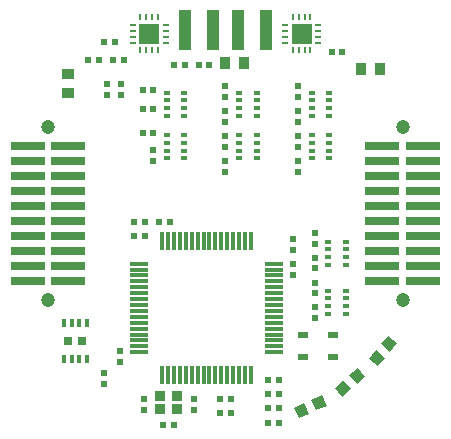
<source format=gts>
G04 #@! TF.GenerationSoftware,KiCad,Pcbnew,no-vcs-found-d3b382c~59~ubuntu16.04.1*
G04 #@! TF.CreationDate,2017-07-28T00:34:25+01:00*
G04 #@! TF.ProjectId,m3pyro,6D337079726F2E6B696361645F706362,rev?*
G04 #@! TF.SameCoordinates,Original
G04 #@! TF.FileFunction,Soldermask,Top*
G04 #@! TF.FilePolarity,Negative*
%FSLAX46Y46*%
G04 Gerber Fmt 4.6, Leading zero omitted, Abs format (unit mm)*
G04 Created by KiCad (PCBNEW no-vcs-found-d3b382c~59~ubuntu16.04.1) date Fri Jul 28 00:34:25 2017*
%MOMM*%
%LPD*%
G01*
G04 APERTURE LIST*
%ADD10R,1.000000X0.950000*%
%ADD11R,0.559000X0.406000*%
%ADD12C,0.950000*%
%ADD13C,0.100000*%
%ADD14R,0.620000X0.620000*%
%ADD15R,0.950000X1.000000*%
%ADD16R,0.350000X0.650000*%
%ADD17R,0.802000X0.802000*%
%ADD18R,0.300000X1.500000*%
%ADD19R,1.500000X0.300000*%
%ADD20R,1.702000X1.702000*%
%ADD21R,0.250000X0.600000*%
%ADD22R,0.600000X0.250000*%
%ADD23C,1.200000*%
%ADD24R,0.900000X0.500000*%
%ADD25R,2.920000X0.740000*%
%ADD26R,0.980000X3.400000*%
%ADD27R,0.950000X0.850000*%
G04 APERTURE END LIST*
D10*
X86650000Y-88200000D03*
X86650000Y-89800000D03*
D11*
X110186500Y-106525000D03*
X110186500Y-107175000D03*
X110186500Y-107825000D03*
X110186500Y-108475000D03*
X108713500Y-108475000D03*
X108713500Y-107825000D03*
X108713500Y-107175000D03*
X108713500Y-106525000D03*
D12*
X113864230Y-111037164D03*
D13*
G36*
X113786532Y-110351899D02*
X114552576Y-110994687D01*
X113941928Y-111722429D01*
X113175884Y-111079641D01*
X113786532Y-110351899D01*
X113786532Y-110351899D01*
G37*
D12*
X112835770Y-112262836D03*
D13*
G36*
X112758072Y-111577571D02*
X113524116Y-112220359D01*
X112913468Y-112948101D01*
X112147424Y-112305313D01*
X112758072Y-111577571D01*
X112758072Y-111577571D01*
G37*
D11*
X95063500Y-89775000D03*
X95063500Y-90425000D03*
X95063500Y-91075000D03*
X95063500Y-91725000D03*
X96536500Y-91725000D03*
X96536500Y-91075000D03*
X96536500Y-90425000D03*
X96536500Y-89775000D03*
D14*
X95300000Y-100700000D03*
X94400000Y-100700000D03*
X92300000Y-100700000D03*
X93200000Y-100700000D03*
X100000000Y-96450000D03*
X100000000Y-95550000D03*
X107550000Y-103750000D03*
X107550000Y-104650000D03*
X100000000Y-92250000D03*
X100000000Y-91350000D03*
X107550000Y-106750000D03*
X107550000Y-105850000D03*
X100000000Y-93450000D03*
X100000000Y-94350000D03*
X107550000Y-102550000D03*
X107550000Y-101650000D03*
X100000000Y-89250000D03*
X100000000Y-90150000D03*
X89950000Y-89950000D03*
X89950000Y-89050000D03*
X91150000Y-89950000D03*
X91150000Y-89050000D03*
X107550000Y-107950000D03*
X107550000Y-108850000D03*
X93900000Y-95550000D03*
X93900000Y-94650000D03*
X106150000Y-91350000D03*
X106150000Y-92250000D03*
X93000000Y-91150000D03*
X93900000Y-91150000D03*
X106150000Y-94350000D03*
X106150000Y-93450000D03*
X93900000Y-93150000D03*
X93000000Y-93150000D03*
X106150000Y-90150000D03*
X106150000Y-89250000D03*
X93900000Y-89550000D03*
X93000000Y-89550000D03*
X96550000Y-87400000D03*
X95650000Y-87400000D03*
X98650000Y-87400000D03*
X97750000Y-87400000D03*
X106150000Y-96450000D03*
X106150000Y-95550000D03*
X90650000Y-85450000D03*
X89750000Y-85450000D03*
X94750000Y-117900000D03*
X95650000Y-117900000D03*
X104500000Y-115300000D03*
X103600000Y-115300000D03*
X103600000Y-116500000D03*
X104500000Y-116500000D03*
X104500000Y-117700000D03*
X103600000Y-117700000D03*
X105700000Y-103100000D03*
X105700000Y-102200000D03*
X88400000Y-87000000D03*
X89300000Y-87000000D03*
X93100000Y-115750000D03*
X93100000Y-116650000D03*
X103600000Y-114100000D03*
X104500000Y-114100000D03*
X97300000Y-115750000D03*
X97300000Y-116650000D03*
X93200000Y-101900000D03*
X92300000Y-101900000D03*
X100450000Y-115700000D03*
X99550000Y-115700000D03*
X105700000Y-105200000D03*
X105700000Y-104300000D03*
X109000000Y-86350000D03*
X109900000Y-86350000D03*
X90500000Y-87000000D03*
X91400000Y-87000000D03*
X89750000Y-113550000D03*
X89750000Y-114450000D03*
X100450000Y-116900000D03*
X99550000Y-116900000D03*
X91100000Y-111650000D03*
X91100000Y-112550000D03*
D15*
X113100000Y-87750000D03*
X111500000Y-87750000D03*
X100000000Y-87250000D03*
X101600000Y-87250000D03*
D12*
X107925046Y-116011905D03*
D13*
G36*
X108144233Y-115358007D02*
X108566851Y-116264315D01*
X107705859Y-116665803D01*
X107283241Y-115759495D01*
X108144233Y-115358007D01*
X108144233Y-115358007D01*
G37*
D12*
X106474954Y-116688095D03*
D13*
G36*
X106694141Y-116034197D02*
X107116759Y-116940505D01*
X106255767Y-117341993D01*
X105833149Y-116435685D01*
X106694141Y-116034197D01*
X106694141Y-116034197D01*
G37*
D12*
X109937164Y-114814230D03*
D13*
G36*
X109979641Y-114125884D02*
X110622429Y-114891928D01*
X109894687Y-115502576D01*
X109251899Y-114736532D01*
X109979641Y-114125884D01*
X109979641Y-114125884D01*
G37*
D12*
X111162836Y-113785770D03*
D13*
G36*
X111205313Y-113097424D02*
X111848101Y-113863468D01*
X111120359Y-114474116D01*
X110477571Y-113708072D01*
X111205313Y-113097424D01*
X111205313Y-113097424D01*
G37*
D11*
X108786500Y-93375000D03*
X108786500Y-94025000D03*
X108786500Y-94675000D03*
X108786500Y-95325000D03*
X107313500Y-95325000D03*
X107313500Y-94675000D03*
X107313500Y-94025000D03*
X107313500Y-93375000D03*
X101163500Y-93375000D03*
X101163500Y-94025000D03*
X101163500Y-94675000D03*
X101163500Y-95325000D03*
X102636500Y-95325000D03*
X102636500Y-94675000D03*
X102636500Y-94025000D03*
X102636500Y-93375000D03*
X96536500Y-93375000D03*
X96536500Y-94025000D03*
X96536500Y-94675000D03*
X96536500Y-95325000D03*
X95063500Y-95325000D03*
X95063500Y-94675000D03*
X95063500Y-94025000D03*
X95063500Y-93375000D03*
X110186500Y-102375000D03*
X110186500Y-103025000D03*
X110186500Y-103675000D03*
X110186500Y-104325000D03*
X108713500Y-104325000D03*
X108713500Y-103675000D03*
X108713500Y-103025000D03*
X108713500Y-102375000D03*
X102636500Y-89775000D03*
X102636500Y-90425000D03*
X102636500Y-91075000D03*
X102636500Y-91725000D03*
X101163500Y-91725000D03*
X101163500Y-91075000D03*
X101163500Y-90425000D03*
X101163500Y-89775000D03*
X107313500Y-89775000D03*
X107313500Y-90425000D03*
X107313500Y-91075000D03*
X107313500Y-91725000D03*
X108786500Y-91725000D03*
X108786500Y-91075000D03*
X108786500Y-90425000D03*
X108786500Y-89775000D03*
D16*
X86325000Y-112350000D03*
X86975000Y-112350000D03*
X87625000Y-112350000D03*
X88275000Y-112350000D03*
X88275000Y-109250000D03*
X87625000Y-109250000D03*
X86975000Y-109250000D03*
X86325000Y-109250000D03*
D17*
X86700000Y-110800000D03*
X87900000Y-110800000D03*
D18*
X94650000Y-113700000D03*
X95150000Y-113700000D03*
X95650000Y-113700000D03*
X96150000Y-113700000D03*
X96650000Y-113700000D03*
X97150000Y-113700000D03*
X97650000Y-113700000D03*
X98150000Y-113700000D03*
X98650000Y-113700000D03*
X99150000Y-113700000D03*
X99650000Y-113700000D03*
X100150000Y-113700000D03*
X100650000Y-113700000D03*
X101150000Y-113700000D03*
X101650000Y-113700000D03*
X102150000Y-113700000D03*
D19*
X104100000Y-111750000D03*
X104100000Y-111250000D03*
X104100000Y-110750000D03*
X104100000Y-110250000D03*
X104100000Y-109750000D03*
X104100000Y-109250000D03*
X104100000Y-108750000D03*
X104100000Y-108250000D03*
X104100000Y-107750000D03*
X104100000Y-107250000D03*
X104100000Y-106750000D03*
X104100000Y-106250000D03*
X104100000Y-105750000D03*
X104100000Y-105250000D03*
X104100000Y-104750000D03*
X104100000Y-104250000D03*
D18*
X102150000Y-102300000D03*
X101650000Y-102300000D03*
X101150000Y-102300000D03*
X100650000Y-102300000D03*
X100150000Y-102300000D03*
X99650000Y-102300000D03*
X99150000Y-102300000D03*
X98650000Y-102300000D03*
X98150000Y-102300000D03*
X97650000Y-102300000D03*
X97150000Y-102300000D03*
X96650000Y-102300000D03*
X96150000Y-102300000D03*
X95650000Y-102300000D03*
X95150000Y-102300000D03*
X94650000Y-102300000D03*
D19*
X92700000Y-104250000D03*
X92700000Y-104750000D03*
X92700000Y-105250000D03*
X92700000Y-105750000D03*
X92700000Y-106250000D03*
X92700000Y-106750000D03*
X92700000Y-107250000D03*
X92700000Y-107750000D03*
X92700000Y-108250000D03*
X92700000Y-108750000D03*
X92700000Y-109250000D03*
X92700000Y-109750000D03*
X92700000Y-110250000D03*
X92700000Y-110750000D03*
X92700000Y-111250000D03*
X92700000Y-111750000D03*
D20*
X93550000Y-84800000D03*
D21*
X94300000Y-86200000D03*
X93800000Y-86200000D03*
X93300000Y-86200000D03*
X92800000Y-86200000D03*
D22*
X92150000Y-85550000D03*
X92150000Y-85050000D03*
X92150000Y-84550000D03*
X92150000Y-84050000D03*
D21*
X92800000Y-83400000D03*
X93300000Y-83400000D03*
X93800000Y-83400000D03*
X94300000Y-83400000D03*
D22*
X94950000Y-84050000D03*
X94950000Y-84550000D03*
X94950000Y-85050000D03*
X94950000Y-85550000D03*
X105050000Y-84050000D03*
X105050000Y-84550000D03*
X105050000Y-85050000D03*
X105050000Y-85550000D03*
D21*
X105700000Y-86200000D03*
X106200000Y-86200000D03*
X106700000Y-86200000D03*
X107200000Y-86200000D03*
D22*
X107850000Y-85550000D03*
X107850000Y-85050000D03*
X107850000Y-84550000D03*
X107850000Y-84050000D03*
D21*
X107200000Y-83400000D03*
X106700000Y-83400000D03*
X106200000Y-83400000D03*
X105700000Y-83400000D03*
D20*
X106450000Y-84800000D03*
D23*
X115000000Y-92695000D03*
X115000000Y-107305000D03*
X85000000Y-107305000D03*
X85000000Y-92695000D03*
D24*
X106550000Y-110250000D03*
X109150000Y-110250000D03*
X109150000Y-112150000D03*
X106550000Y-112150000D03*
D25*
X116715000Y-105715000D03*
X113285000Y-105715000D03*
X116715000Y-104445000D03*
X113285000Y-104445000D03*
X116715000Y-103175000D03*
X113285000Y-103175000D03*
X116715000Y-101905000D03*
X113285000Y-101905000D03*
X116715000Y-100635000D03*
X113285000Y-100635000D03*
X116715000Y-99365000D03*
X113285000Y-99365000D03*
X116715000Y-98095000D03*
X113285000Y-98095000D03*
X116715000Y-96825000D03*
X113285000Y-96825000D03*
X116715000Y-95555000D03*
X113285000Y-95555000D03*
X116715000Y-94285000D03*
X113285000Y-94285000D03*
X83285000Y-94285000D03*
X86715000Y-94285000D03*
X83285000Y-95555000D03*
X86715000Y-95555000D03*
X83285000Y-96825000D03*
X86715000Y-96825000D03*
X83285000Y-98095000D03*
X86715000Y-98095000D03*
X83285000Y-99365000D03*
X86715000Y-99365000D03*
X83285000Y-100635000D03*
X86715000Y-100635000D03*
X83285000Y-101905000D03*
X86715000Y-101905000D03*
X83285000Y-103175000D03*
X86715000Y-103175000D03*
X83285000Y-104445000D03*
X86715000Y-104445000D03*
X83285000Y-105715000D03*
X86715000Y-105715000D03*
D26*
X98935000Y-84500000D03*
X96565000Y-84500000D03*
X103435000Y-84500000D03*
X101065000Y-84500000D03*
D27*
X95925000Y-115425000D03*
X94475000Y-115425000D03*
X94475000Y-116575000D03*
X95925000Y-116575000D03*
M02*

</source>
